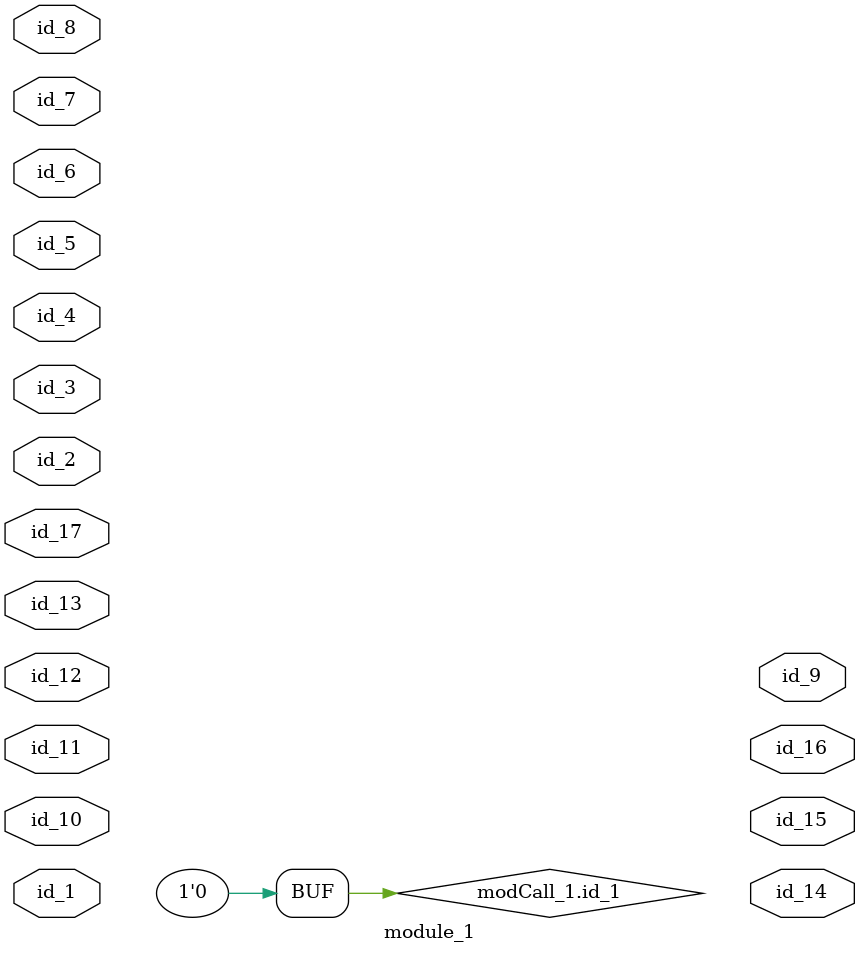
<source format=v>
module module_0;
  assign id_1 = 1'b0 + id_1;
  always @(1) begin : LABEL_0
    id_1 = 1 && id_1 && id_1;
  end
endmodule
module module_1 (
    id_1,
    id_2,
    id_3,
    id_4,
    id_5,
    id_6,
    id_7,
    id_8,
    id_9,
    id_10,
    id_11,
    id_12,
    id_13,
    id_14,
    id_15,
    id_16,
    id_17
);
  input wire id_17;
  output wire id_16;
  output wire id_15;
  output wire id_14;
  input wire id_13;
  input wire id_12;
  inout wire id_11;
  inout wire id_10;
  output wire id_9;
  inout wire id_8;
  input wire id_7;
  inout wire id_6;
  input wire id_5;
  inout wire id_4;
  input wire id_3;
  input wire id_2;
  inout wire id_1;
  module_0 modCall_1 ();
  assign modCall_1.id_1 = 0;
endmodule

</source>
